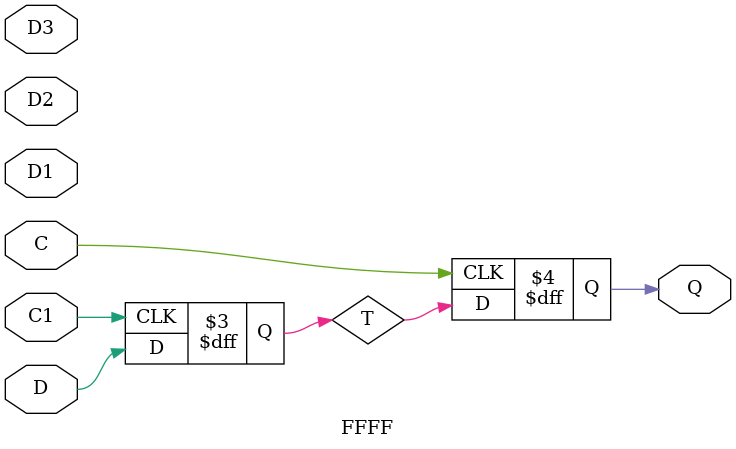
<source format=v>
module BUF(A, C, Y);
input A,C;
output Y = A&C;
endmodule

module NOT(A, Y);
input A;
output Y = ~A;
endmodule


module FFFF(C, C1, D, D1, D2,D3, Q);
input C, C1, D, D1, D2,D3;
output reg Q;
reg T;
always @(posedge C)
	Q <= T;
always @(posedge C1)
	T <= D;
endmodule

</source>
